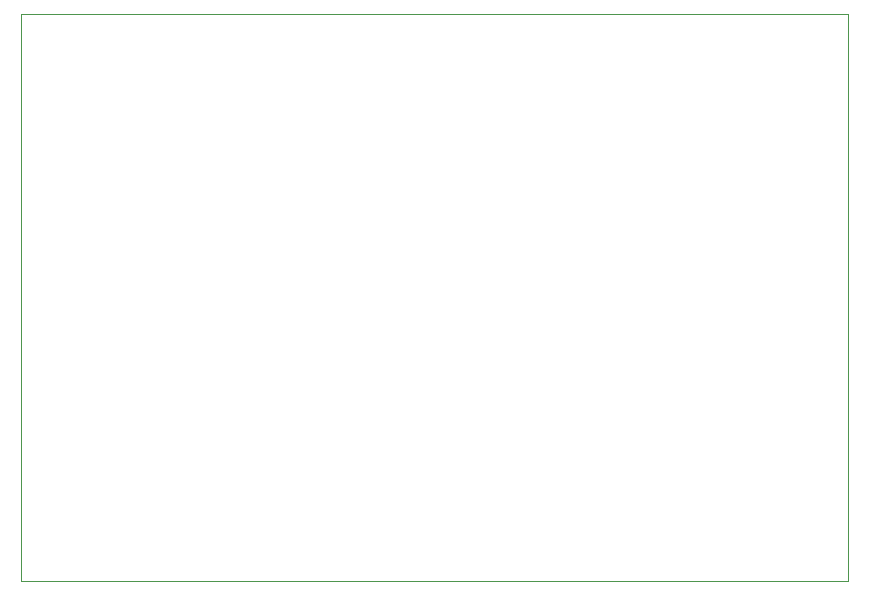
<source format=gko>
G04 Layer_Color=16711935*
%FSLAX44Y44*%
%MOMM*%
G71*
G01*
G75*
%ADD67C,0.1000*%
D67*
X-0Y67D02*
X699933D01*
X700000Y0D01*
Y480000D01*
X0D02*
X700000D01*
X0Y0D02*
Y480000D01*
M02*

</source>
